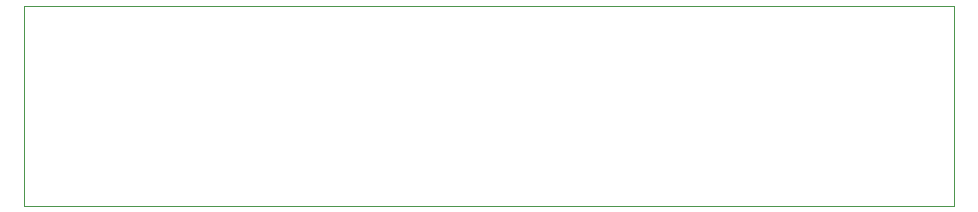
<source format=gbr>
%TF.GenerationSoftware,KiCad,Pcbnew,(7.0.0)*%
%TF.CreationDate,2023-05-23T21:52:26+07:00*%
%TF.ProjectId,bottom_keyboard_pcb,626f7474-6f6d-45f6-9b65-79626f617264,rev?*%
%TF.SameCoordinates,Original*%
%TF.FileFunction,Profile,NP*%
%FSLAX46Y46*%
G04 Gerber Fmt 4.6, Leading zero omitted, Abs format (unit mm)*
G04 Created by KiCad (PCBNEW (7.0.0)) date 2023-05-23 21:52:26*
%MOMM*%
%LPD*%
G01*
G04 APERTURE LIST*
%TA.AperFunction,Profile*%
%ADD10C,0.100000*%
%TD*%
G04 APERTURE END LIST*
D10*
X100330000Y-88424035D02*
X179070000Y-88424035D01*
X179070000Y-88424035D02*
X179070000Y-105410000D01*
X179070000Y-105410000D02*
X100330000Y-105410000D01*
X100330000Y-105410000D02*
X100330000Y-88424035D01*
M02*

</source>
